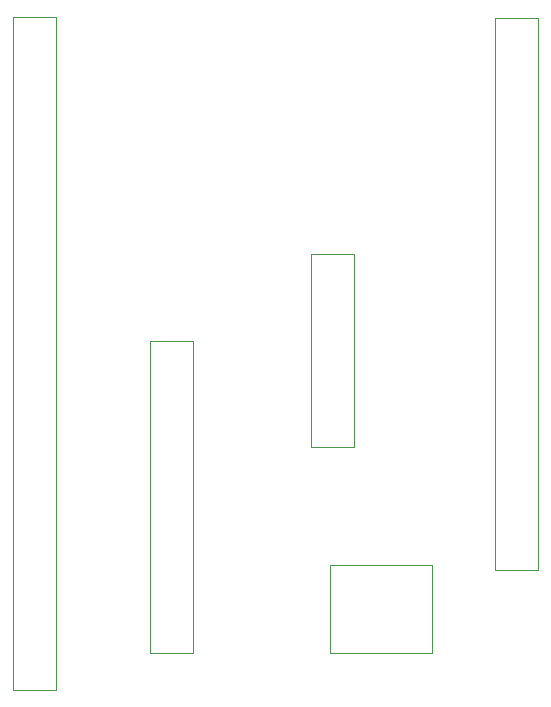
<source format=gbr>
G04 #@! TF.GenerationSoftware,KiCad,Pcbnew,(5.0.0-3-g5ebb6b6)*
G04 #@! TF.CreationDate,2019-02-03T17:20:29+01:00*
G04 #@! TF.ProjectId,HolyIoT-NRF52840-Breakout,486F6C79496F542D4E52463532383430,1.0*
G04 #@! TF.SameCoordinates,Original*
G04 #@! TF.FileFunction,Other,User*
%FSLAX46Y46*%
G04 Gerber Fmt 4.6, Leading zero omitted, Abs format (unit mm)*
G04 Created by KiCad (PCBNEW (5.0.0-3-g5ebb6b6)) date 2019 February 03, Sunday 17:20:29*
%MOMM*%
%LPD*%
G01*
G04 APERTURE LIST*
%ADD10C,0.050000*%
G04 APERTURE END LIST*
D10*
G04 #@! TO.C,J4*
X123200000Y-128800000D02*
X123200000Y-136200000D01*
X123200000Y-136200000D02*
X131800000Y-136200000D01*
X131800000Y-136200000D02*
X131800000Y-128800000D01*
X131800000Y-128800000D02*
X123200000Y-128800000D01*
G04 #@! TO.C,J2*
X140800000Y-129200000D02*
X140800000Y-82450000D01*
X140800000Y-82450000D02*
X137200000Y-82450000D01*
X137200000Y-82450000D02*
X137200000Y-129200000D01*
X137200000Y-129200000D02*
X140800000Y-129200000D01*
G04 #@! TO.C,J1*
X96400000Y-82400000D02*
X96400000Y-139350000D01*
X96400000Y-139350000D02*
X100000000Y-139350000D01*
X100000000Y-139350000D02*
X100000000Y-82400000D01*
X100000000Y-82400000D02*
X96400000Y-82400000D01*
G04 #@! TO.C,J3*
X108000000Y-109800000D02*
X108000000Y-136250000D01*
X108000000Y-136250000D02*
X111600000Y-136250000D01*
X111600000Y-136250000D02*
X111600000Y-109800000D01*
X111600000Y-109800000D02*
X108000000Y-109800000D01*
G04 #@! TO.C,J5*
X125200000Y-118760000D02*
X125200000Y-102460000D01*
X125200000Y-102460000D02*
X121600000Y-102460000D01*
X121600000Y-102460000D02*
X121600000Y-118760000D01*
X121600000Y-118760000D02*
X125200000Y-118760000D01*
G04 #@! TD*
M02*

</source>
